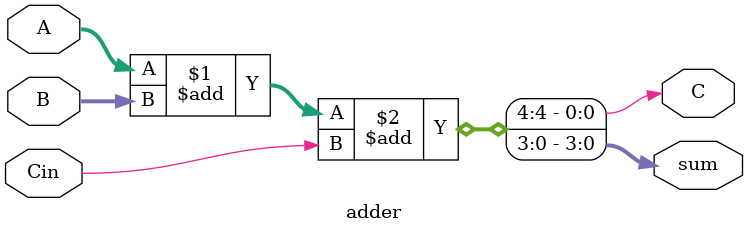
<source format=v>

module adder(A, B, Cin, C, sum);
	input Cin;
	input [3:0] A, B;
	output C;
	output [3:0] sum;
	
	assign {C, sum} = A + B + Cin; 

endmodule
</source>
